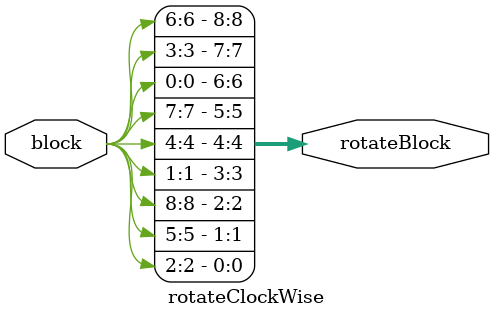
<source format=v>
module rotateClockWise(block, rotateBlock);

	input [0:8] block;
	output wire [0:8] rotateBlock;
	
	genvar x, y;
	generate
		for (y = 0; y < 3; y = y + 1) begin: rotateMatrixY
			for (x = 0; x < 3; x = x + 1) begin: rotateMatrixX
				assign rotateBlock[x * 3 + 2 - y] = block[y * 3 + x];
			end
		end
	endgenerate

endmodule

</source>
